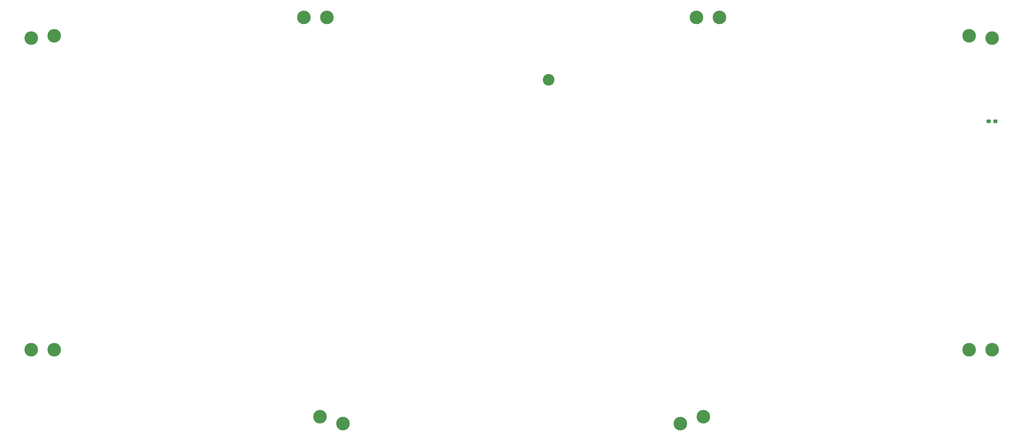
<source format=gbr>
G04 #@! TF.GenerationSoftware,KiCad,Pcbnew,(5.1.4-0)*
G04 #@! TF.CreationDate,2021-11-04T11:38:30-05:00*
G04 #@! TF.ProjectId,bottom_plate,626f7474-6f6d-45f7-906c-6174652e6b69,rev?*
G04 #@! TF.SameCoordinates,Original*
G04 #@! TF.FileFunction,Soldermask,Top*
G04 #@! TF.FilePolarity,Negative*
%FSLAX46Y46*%
G04 Gerber Fmt 4.6, Leading zero omitted, Abs format (unit mm)*
G04 Created by KiCad (PCBNEW (5.1.4-0)) date 2021-11-04 11:38:30*
%MOMM*%
%LPD*%
G04 APERTURE LIST*
%ADD10C,3.500000*%
%ADD11C,3.000000*%
%ADD12C,0.100000*%
%ADD13C,0.950000*%
G04 APERTURE END LIST*
D10*
X247056322Y-176212604D03*
X315517202Y-158948556D03*
X315517202Y-77986124D03*
X251223506Y-73223628D03*
X148234530Y-176212604D03*
X79773650Y-158948556D03*
X144067346Y-73223628D03*
X79773650Y-77986124D03*
D11*
X207170418Y-89297052D03*
D10*
X73819060Y-78581436D03*
D12*
G36*
X320906064Y-99538770D02*
G01*
X320929119Y-99542189D01*
X320951728Y-99547853D01*
X320973672Y-99555705D01*
X320994742Y-99565670D01*
X321014733Y-99577652D01*
X321033453Y-99591536D01*
X321050723Y-99607188D01*
X321066375Y-99624458D01*
X321080259Y-99643178D01*
X321092241Y-99663169D01*
X321102206Y-99684239D01*
X321110058Y-99706183D01*
X321115722Y-99728792D01*
X321119141Y-99751847D01*
X321120285Y-99775126D01*
X321120285Y-100250126D01*
X321119141Y-100273405D01*
X321115722Y-100296460D01*
X321110058Y-100319069D01*
X321102206Y-100341013D01*
X321092241Y-100362083D01*
X321080259Y-100382074D01*
X321066375Y-100400794D01*
X321050723Y-100418064D01*
X321033453Y-100433716D01*
X321014733Y-100447600D01*
X320994742Y-100459582D01*
X320973672Y-100469547D01*
X320951728Y-100477399D01*
X320929119Y-100483063D01*
X320906064Y-100486482D01*
X320882785Y-100487626D01*
X320307785Y-100487626D01*
X320284506Y-100486482D01*
X320261451Y-100483063D01*
X320238842Y-100477399D01*
X320216898Y-100469547D01*
X320195828Y-100459582D01*
X320175837Y-100447600D01*
X320157117Y-100433716D01*
X320139847Y-100418064D01*
X320124195Y-100400794D01*
X320110311Y-100382074D01*
X320098329Y-100362083D01*
X320088364Y-100341013D01*
X320080512Y-100319069D01*
X320074848Y-100296460D01*
X320071429Y-100273405D01*
X320070285Y-100250126D01*
X320070285Y-99775126D01*
X320071429Y-99751847D01*
X320074848Y-99728792D01*
X320080512Y-99706183D01*
X320088364Y-99684239D01*
X320098329Y-99663169D01*
X320110311Y-99643178D01*
X320124195Y-99624458D01*
X320139847Y-99607188D01*
X320157117Y-99591536D01*
X320175837Y-99577652D01*
X320195828Y-99565670D01*
X320216898Y-99555705D01*
X320238842Y-99547853D01*
X320261451Y-99542189D01*
X320284506Y-99538770D01*
X320307785Y-99537626D01*
X320882785Y-99537626D01*
X320906064Y-99538770D01*
X320906064Y-99538770D01*
G37*
D13*
X320595285Y-100012626D03*
D12*
G36*
X322656064Y-99538770D02*
G01*
X322679119Y-99542189D01*
X322701728Y-99547853D01*
X322723672Y-99555705D01*
X322744742Y-99565670D01*
X322764733Y-99577652D01*
X322783453Y-99591536D01*
X322800723Y-99607188D01*
X322816375Y-99624458D01*
X322830259Y-99643178D01*
X322842241Y-99663169D01*
X322852206Y-99684239D01*
X322860058Y-99706183D01*
X322865722Y-99728792D01*
X322869141Y-99751847D01*
X322870285Y-99775126D01*
X322870285Y-100250126D01*
X322869141Y-100273405D01*
X322865722Y-100296460D01*
X322860058Y-100319069D01*
X322852206Y-100341013D01*
X322842241Y-100362083D01*
X322830259Y-100382074D01*
X322816375Y-100400794D01*
X322800723Y-100418064D01*
X322783453Y-100433716D01*
X322764733Y-100447600D01*
X322744742Y-100459582D01*
X322723672Y-100469547D01*
X322701728Y-100477399D01*
X322679119Y-100483063D01*
X322656064Y-100486482D01*
X322632785Y-100487626D01*
X322057785Y-100487626D01*
X322034506Y-100486482D01*
X322011451Y-100483063D01*
X321988842Y-100477399D01*
X321966898Y-100469547D01*
X321945828Y-100459582D01*
X321925837Y-100447600D01*
X321907117Y-100433716D01*
X321889847Y-100418064D01*
X321874195Y-100400794D01*
X321860311Y-100382074D01*
X321848329Y-100362083D01*
X321838364Y-100341013D01*
X321830512Y-100319069D01*
X321824848Y-100296460D01*
X321821429Y-100273405D01*
X321820285Y-100250126D01*
X321820285Y-99775126D01*
X321821429Y-99751847D01*
X321824848Y-99728792D01*
X321830512Y-99706183D01*
X321838364Y-99684239D01*
X321848329Y-99663169D01*
X321860311Y-99643178D01*
X321874195Y-99624458D01*
X321889847Y-99607188D01*
X321907117Y-99591536D01*
X321925837Y-99577652D01*
X321945828Y-99565670D01*
X321966898Y-99555705D01*
X321988842Y-99547853D01*
X322011451Y-99542189D01*
X322034506Y-99538770D01*
X322057785Y-99537626D01*
X322632785Y-99537626D01*
X322656064Y-99538770D01*
X322656064Y-99538770D01*
G37*
D13*
X322345285Y-100012626D03*
D10*
X73820040Y-158948739D03*
X150019380Y-73223743D03*
X154187295Y-177998755D03*
X245269780Y-73223743D03*
X241102993Y-177998755D03*
X321470256Y-78581436D03*
X321470100Y-158948675D03*
M02*

</source>
